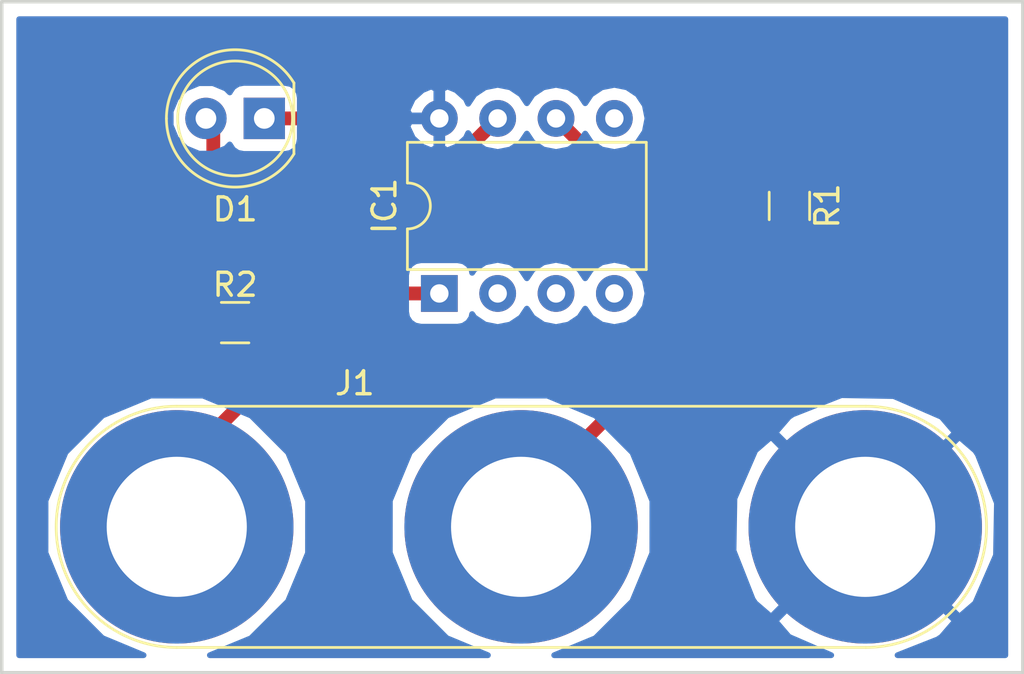
<source format=kicad_pcb>
(kicad_pcb (version 4) (host pcbnew 4.0.5)

  (general
    (links 7)
    (no_connects 0)
    (area 134.544999 65.964999 179.145001 95.325001)
    (thickness 1.6)
    (drawings 4)
    (tracks 22)
    (zones 0)
    (modules 5)
    (nets 11)
  )

  (page A4)
  (title_block
    (title Tutorial1)
  )

  (layers
    (0 F.Cu signal)
    (31 B.Cu signal)
    (32 B.Adhes user)
    (33 F.Adhes user)
    (34 B.Paste user)
    (35 F.Paste user)
    (36 B.SilkS user)
    (37 F.SilkS user)
    (38 B.Mask user)
    (39 F.Mask user)
    (40 Dwgs.User user)
    (41 Cmts.User user)
    (42 Eco1.User user)
    (43 Eco2.User user)
    (44 Edge.Cuts user)
    (45 Margin user)
    (46 B.CrtYd user)
    (47 F.CrtYd user)
    (48 B.Fab user)
    (49 F.Fab user)
  )

  (setup
    (last_trace_width 0.25)
    (trace_clearance 0.25)
    (zone_clearance 0.508)
    (zone_45_only no)
    (trace_min 0.25)
    (segment_width 0.2)
    (edge_width 0.15)
    (via_size 0.6)
    (via_drill 0.4)
    (via_min_size 0.4)
    (via_min_drill 0.3)
    (uvia_size 0.3)
    (uvia_drill 0.1)
    (uvias_allowed no)
    (uvia_min_size 0.2)
    (uvia_min_drill 0.1)
    (pcb_text_width 0.3)
    (pcb_text_size 1.5 1.5)
    (mod_edge_width 0.15)
    (mod_text_size 1 1)
    (mod_text_width 0.15)
    (pad_size 1.524 1.524)
    (pad_drill 0.762)
    (pad_to_mask_clearance 0.2)
    (aux_axis_origin 0 0)
    (grid_origin 150.495 69.215)
    (visible_elements FFFFFF7F)
    (pcbplotparams
      (layerselection 0x010e0_80000001)
      (usegerberextensions false)
      (excludeedgelayer true)
      (linewidth 0.100000)
      (plotframeref false)
      (viasonmask false)
      (mode 1)
      (useauxorigin false)
      (hpglpennumber 1)
      (hpglpenspeed 20)
      (hpglpendiameter 15)
      (hpglpenoverlay 2)
      (psnegative false)
      (psa4output false)
      (plotreference true)
      (plotvalue true)
      (plotinvisibletext false)
      (padsonsilk false)
      (subtractmaskfromsilk false)
      (outputformat 1)
      (mirror false)
      (drillshape 0)
      (scaleselection 1)
      (outputdirectory ""))
  )

  (net 0 "")
  (net 1 VCC)
  (net 2 "Net-(IC1-Pad5)")
  (net 3 "Net-(IC1-Pad2)")
  (net 4 /INPUT)
  (net 5 "Net-(IC1-Pad3)")
  (net 6 /uCtoLED)
  (net 7 "Net-(IC1-Pad4)")
  (net 8 GND)
  (net 9 /INPUTtoR)
  (net 10 /LEDtoR)

  (net_class Default "This is the default net class."
    (clearance 0.25)
    (trace_width 0.25)
    (via_dia 0.6)
    (via_drill 0.4)
    (uvia_dia 0.3)
    (uvia_drill 0.1)
    (add_net GND)
  )

  (net_class Power ""
    (clearance 0.25)
    (trace_width 0.6)
    (via_dia 0.6)
    (via_drill 0.4)
    (uvia_dia 0.3)
    (uvia_drill 0.1)
    (add_net /INPUT)
    (add_net /INPUTtoR)
    (add_net /LEDtoR)
    (add_net /uCtoLED)
    (add_net "Net-(IC1-Pad2)")
    (add_net "Net-(IC1-Pad3)")
    (add_net "Net-(IC1-Pad4)")
    (add_net "Net-(IC1-Pad5)")
    (add_net VCC)
  )

  (module LEDs:LED_D5.0mm (layer F.Cu) (tedit 587A3A7B) (tstamp 58D5926C)
    (at 146.05 71.12 180)
    (descr "LED, diameter 5.0mm, 2 pins, http://cdn-reichelt.de/documents/datenblatt/A500/LL-504BC2E-009.pdf")
    (tags "LED diameter 5.0mm 2 pins")
    (path /58B0D13A)
    (fp_text reference D1 (at 1.27 -3.96 180) (layer F.SilkS)
      (effects (font (size 1 1) (thickness 0.15)))
    )
    (fp_text value LED (at 1.27 3.96 180) (layer F.Fab)
      (effects (font (size 1 1) (thickness 0.15)))
    )
    (fp_arc (start 1.27 0) (end -1.23 -1.469694) (angle 299.1) (layer F.Fab) (width 0.1))
    (fp_arc (start 1.27 0) (end -1.29 -1.54483) (angle 148.9) (layer F.SilkS) (width 0.12))
    (fp_arc (start 1.27 0) (end -1.29 1.54483) (angle -148.9) (layer F.SilkS) (width 0.12))
    (fp_circle (center 1.27 0) (end 3.77 0) (layer F.Fab) (width 0.1))
    (fp_circle (center 1.27 0) (end 3.77 0) (layer F.SilkS) (width 0.12))
    (fp_line (start -1.23 -1.469694) (end -1.23 1.469694) (layer F.Fab) (width 0.1))
    (fp_line (start -1.29 -1.545) (end -1.29 1.545) (layer F.SilkS) (width 0.12))
    (fp_line (start -1.95 -3.25) (end -1.95 3.25) (layer F.CrtYd) (width 0.05))
    (fp_line (start -1.95 3.25) (end 4.5 3.25) (layer F.CrtYd) (width 0.05))
    (fp_line (start 4.5 3.25) (end 4.5 -3.25) (layer F.CrtYd) (width 0.05))
    (fp_line (start 4.5 -3.25) (end -1.95 -3.25) (layer F.CrtYd) (width 0.05))
    (pad 1 thru_hole rect (at 0 0 180) (size 1.8 1.8) (drill 0.9) (layers *.Cu *.Mask)
      (net 6 /uCtoLED))
    (pad 2 thru_hole circle (at 2.54 0 180) (size 1.8 1.8) (drill 0.9) (layers *.Cu *.Mask)
      (net 10 /LEDtoR))
    (model LEDs.3dshapes/LED_D5.0mm.wrl
      (at (xyz 0 0 0))
      (scale (xyz 0.393701 0.393701 0.393701))
      (rotate (xyz 0 0 0))
    )
  )

  (module Housings_DIP:DIP-8_W7.62mm (layer F.Cu) (tedit 586281B4) (tstamp 58D59287)
    (at 153.67 78.74 90)
    (descr "8-lead dip package, row spacing 7.62 mm (300 mils)")
    (tags "DIL DIP PDIP 2.54mm 7.62mm 300mil")
    (path /58B0D068)
    (fp_text reference IC1 (at 3.81 -2.39 90) (layer F.SilkS)
      (effects (font (size 1 1) (thickness 0.15)))
    )
    (fp_text value PIC12C508A-I/SN (at 3.81 10.01 90) (layer F.Fab)
      (effects (font (size 1 1) (thickness 0.15)))
    )
    (fp_arc (start 3.81 -1.39) (end 2.81 -1.39) (angle -180) (layer F.SilkS) (width 0.12))
    (fp_line (start 1.635 -1.27) (end 6.985 -1.27) (layer F.Fab) (width 0.1))
    (fp_line (start 6.985 -1.27) (end 6.985 8.89) (layer F.Fab) (width 0.1))
    (fp_line (start 6.985 8.89) (end 0.635 8.89) (layer F.Fab) (width 0.1))
    (fp_line (start 0.635 8.89) (end 0.635 -0.27) (layer F.Fab) (width 0.1))
    (fp_line (start 0.635 -0.27) (end 1.635 -1.27) (layer F.Fab) (width 0.1))
    (fp_line (start 2.81 -1.39) (end 1.04 -1.39) (layer F.SilkS) (width 0.12))
    (fp_line (start 1.04 -1.39) (end 1.04 9.01) (layer F.SilkS) (width 0.12))
    (fp_line (start 1.04 9.01) (end 6.58 9.01) (layer F.SilkS) (width 0.12))
    (fp_line (start 6.58 9.01) (end 6.58 -1.39) (layer F.SilkS) (width 0.12))
    (fp_line (start 6.58 -1.39) (end 4.81 -1.39) (layer F.SilkS) (width 0.12))
    (fp_line (start -1.1 -1.6) (end -1.1 9.2) (layer F.CrtYd) (width 0.05))
    (fp_line (start -1.1 9.2) (end 8.7 9.2) (layer F.CrtYd) (width 0.05))
    (fp_line (start 8.7 9.2) (end 8.7 -1.6) (layer F.CrtYd) (width 0.05))
    (fp_line (start 8.7 -1.6) (end -1.1 -1.6) (layer F.CrtYd) (width 0.05))
    (pad 1 thru_hole rect (at 0 0 90) (size 1.6 1.6) (drill 0.8) (layers *.Cu *.Mask)
      (net 1 VCC))
    (pad 5 thru_hole oval (at 7.62 7.62 90) (size 1.6 1.6) (drill 0.8) (layers *.Cu *.Mask)
      (net 2 "Net-(IC1-Pad5)"))
    (pad 2 thru_hole oval (at 0 2.54 90) (size 1.6 1.6) (drill 0.8) (layers *.Cu *.Mask)
      (net 3 "Net-(IC1-Pad2)"))
    (pad 6 thru_hole oval (at 7.62 5.08 90) (size 1.6 1.6) (drill 0.8) (layers *.Cu *.Mask)
      (net 4 /INPUT))
    (pad 3 thru_hole oval (at 0 5.08 90) (size 1.6 1.6) (drill 0.8) (layers *.Cu *.Mask)
      (net 5 "Net-(IC1-Pad3)"))
    (pad 7 thru_hole oval (at 7.62 2.54 90) (size 1.6 1.6) (drill 0.8) (layers *.Cu *.Mask)
      (net 6 /uCtoLED))
    (pad 4 thru_hole oval (at 0 7.62 90) (size 1.6 1.6) (drill 0.8) (layers *.Cu *.Mask)
      (net 7 "Net-(IC1-Pad4)"))
    (pad 8 thru_hole oval (at 7.62 0 90) (size 1.6 1.6) (drill 0.8) (layers *.Cu *.Mask)
      (net 8 GND))
    (model Housings_DIP.3dshapes/DIP-8_W7.62mm.wrl
      (at (xyz 0 0 0))
      (scale (xyz 1 1 1))
      (rotate (xyz 0 0 0))
    )
  )

  (module Connect:Banana_Jack_3Pin (layer F.Cu) (tedit 58613A44) (tstamp 58D5929C)
    (at 142.24 88.9)
    (descr "Triple banana socket, footprint - 3 x 6mm drills")
    (tags "banana socket")
    (path /58B0D45C)
    (fp_text reference J1 (at 7.75 -6.25) (layer F.SilkS)
      (effects (font (size 1 1) (thickness 0.15)))
    )
    (fp_text value MYCONN3 (at 22.5 -6.25) (layer F.Fab)
      (effects (font (size 1 1) (thickness 0.15)))
    )
    (fp_circle (center 30 0) (end 30 -2) (layer F.Fab) (width 0.1))
    (fp_circle (center 30 0) (end 30 -4.75) (layer F.Fab) (width 0.1))
    (fp_circle (center 15 0) (end 19.75 0) (layer F.Fab) (width 0.1))
    (fp_circle (center 15 0) (end 17 0) (layer F.Fab) (width 0.1))
    (fp_circle (center 0 0) (end 4.75 0) (layer F.Fab) (width 0.1))
    (fp_circle (center 0 0) (end 2 0) (layer F.Fab) (width 0.1))
    (fp_line (start 30 5.5) (end 0 5.5) (layer F.CrtYd) (width 0.05))
    (fp_line (start 0 -5.5) (end 30 -5.5) (layer F.CrtYd) (width 0.05))
    (fp_arc (start 0 0) (end 0 5.5) (angle 180) (layer F.CrtYd) (width 0.05))
    (fp_arc (start 30 0) (end 30 -5.5) (angle 180) (layer F.CrtYd) (width 0.05))
    (fp_line (start 0 5.25) (end 30 5.25) (layer F.SilkS) (width 0.12))
    (fp_line (start 30 -5.25) (end 0 -5.25) (layer F.SilkS) (width 0.12))
    (fp_arc (start 30 0) (end 30 -5.25) (angle 180) (layer F.SilkS) (width 0.12))
    (fp_arc (start 0 0) (end 0 5.25) (angle 180) (layer F.SilkS) (width 0.12))
    (pad 1 thru_hole circle (at 0 0) (size 10.16 10.16) (drill 6.1) (layers *.Cu *.Mask)
      (net 1 VCC))
    (pad 3 thru_hole circle (at 29.97 0) (size 10.16 10.16) (drill 6.1) (layers *.Cu *.Mask)
      (net 8 GND))
    (pad 2 thru_hole circle (at 14.99 0) (size 10.16 10.16) (drill 6.1) (layers *.Cu *.Mask)
      (net 9 /INPUTtoR))
    (model Connectors.3dshapes/Banana_Jack_3Pin.wrl
      (at (xyz 0.5905511811023623 0 0))
      (scale (xyz 2 2 2))
      (rotate (xyz 0 0 0))
    )
  )

  (module Resistors_SMD:R_0805 (layer F.Cu) (tedit 58AADA8F) (tstamp 58D592AD)
    (at 168.91 74.93 270)
    (descr "Resistor SMD 0805, reflow soldering, Vishay (see dcrcw.pdf)")
    (tags "resistor 0805")
    (path /58B0CED0)
    (attr smd)
    (fp_text reference R1 (at 0 -1.65 270) (layer F.SilkS)
      (effects (font (size 1 1) (thickness 0.15)))
    )
    (fp_text value 100 (at 0 1.75 270) (layer F.Fab)
      (effects (font (size 1 1) (thickness 0.15)))
    )
    (fp_text user %R (at 0 -1.65 270) (layer F.Fab)
      (effects (font (size 1 1) (thickness 0.15)))
    )
    (fp_line (start -1 0.62) (end -1 -0.62) (layer F.Fab) (width 0.1))
    (fp_line (start 1 0.62) (end -1 0.62) (layer F.Fab) (width 0.1))
    (fp_line (start 1 -0.62) (end 1 0.62) (layer F.Fab) (width 0.1))
    (fp_line (start -1 -0.62) (end 1 -0.62) (layer F.Fab) (width 0.1))
    (fp_line (start 0.6 0.88) (end -0.6 0.88) (layer F.SilkS) (width 0.12))
    (fp_line (start -0.6 -0.88) (end 0.6 -0.88) (layer F.SilkS) (width 0.12))
    (fp_line (start -1.55 -0.9) (end 1.55 -0.9) (layer F.CrtYd) (width 0.05))
    (fp_line (start -1.55 -0.9) (end -1.55 0.9) (layer F.CrtYd) (width 0.05))
    (fp_line (start 1.55 0.9) (end 1.55 -0.9) (layer F.CrtYd) (width 0.05))
    (fp_line (start 1.55 0.9) (end -1.55 0.9) (layer F.CrtYd) (width 0.05))
    (pad 1 smd rect (at -0.95 0 270) (size 0.7 1.3) (layers F.Cu F.Paste F.Mask)
      (net 4 /INPUT))
    (pad 2 smd rect (at 0.95 0 270) (size 0.7 1.3) (layers F.Cu F.Paste F.Mask)
      (net 9 /INPUTtoR))
    (model Resistors_SMD.3dshapes/R_0805.wrl
      (at (xyz 0 0 0))
      (scale (xyz 1 1 1))
      (rotate (xyz 0 0 0))
    )
  )

  (module Resistors_SMD:R_0805 (layer F.Cu) (tedit 58AADA8F) (tstamp 58D592BE)
    (at 144.78 80.01)
    (descr "Resistor SMD 0805, reflow soldering, Vishay (see dcrcw.pdf)")
    (tags "resistor 0805")
    (path /58B0CE48)
    (attr smd)
    (fp_text reference R2 (at 0 -1.65) (layer F.SilkS)
      (effects (font (size 1 1) (thickness 0.15)))
    )
    (fp_text value 1K (at 0 1.75) (layer F.Fab)
      (effects (font (size 1 1) (thickness 0.15)))
    )
    (fp_text user %R (at 0 -1.65) (layer F.Fab)
      (effects (font (size 1 1) (thickness 0.15)))
    )
    (fp_line (start -1 0.62) (end -1 -0.62) (layer F.Fab) (width 0.1))
    (fp_line (start 1 0.62) (end -1 0.62) (layer F.Fab) (width 0.1))
    (fp_line (start 1 -0.62) (end 1 0.62) (layer F.Fab) (width 0.1))
    (fp_line (start -1 -0.62) (end 1 -0.62) (layer F.Fab) (width 0.1))
    (fp_line (start 0.6 0.88) (end -0.6 0.88) (layer F.SilkS) (width 0.12))
    (fp_line (start -0.6 -0.88) (end 0.6 -0.88) (layer F.SilkS) (width 0.12))
    (fp_line (start -1.55 -0.9) (end 1.55 -0.9) (layer F.CrtYd) (width 0.05))
    (fp_line (start -1.55 -0.9) (end -1.55 0.9) (layer F.CrtYd) (width 0.05))
    (fp_line (start 1.55 0.9) (end 1.55 -0.9) (layer F.CrtYd) (width 0.05))
    (fp_line (start 1.55 0.9) (end -1.55 0.9) (layer F.CrtYd) (width 0.05))
    (pad 1 smd rect (at -0.95 0) (size 0.7 1.3) (layers F.Cu F.Paste F.Mask)
      (net 10 /LEDtoR))
    (pad 2 smd rect (at 0.95 0) (size 0.7 1.3) (layers F.Cu F.Paste F.Mask)
      (net 1 VCC))
    (model Resistors_SMD.3dshapes/R_0805.wrl
      (at (xyz 0 0 0))
      (scale (xyz 1 1 1))
      (rotate (xyz 0 0 0))
    )
  )

  (gr_line (start 134.62 95.25) (end 134.62 66.04) (angle 90) (layer Edge.Cuts) (width 0.15))
  (gr_line (start 179.07 95.25) (end 134.62 95.25) (angle 90) (layer Edge.Cuts) (width 0.15))
  (gr_line (start 179.07 66.04) (end 179.07 95.25) (angle 90) (layer Edge.Cuts) (width 0.15))
  (gr_line (start 134.62 66.04) (end 179.07 66.04) (angle 90) (layer Edge.Cuts) (width 0.15))

  (segment (start 145.73 80.01) (end 148.59 80.01) (width 0.6) (layer F.Cu) (net 1))
  (segment (start 149.86 78.74) (end 153.67 78.74) (width 0.6) (layer F.Cu) (net 1) (tstamp 58D5A689))
  (segment (start 148.59 80.01) (end 149.86 78.74) (width 0.6) (layer F.Cu) (net 1) (tstamp 58D5A688))
  (segment (start 142.24 88.9) (end 142.24 86.36) (width 0.6) (layer F.Cu) (net 1))
  (segment (start 142.24 86.36) (end 145.73 82.87) (width 0.6) (layer F.Cu) (net 1) (tstamp 58D5A679))
  (segment (start 145.73 82.87) (end 145.73 80.01) (width 0.6) (layer F.Cu) (net 1) (tstamp 58D5A67D))
  (segment (start 158.75 71.12) (end 160.655 73.025) (width 0.6) (layer F.Cu) (net 4))
  (segment (start 166.69 73.98) (end 168.91 73.98) (width 0.6) (layer F.Cu) (net 4) (tstamp 58D5A6FB))
  (segment (start 165.735 73.025) (end 166.69 73.98) (width 0.6) (layer F.Cu) (net 4) (tstamp 58D5A6F9))
  (segment (start 160.655 73.025) (end 165.735 73.025) (width 0.6) (layer F.Cu) (net 4) (tstamp 58D5A6F7))
  (segment (start 147.955 71.12) (end 148.59 71.12) (width 0.6) (layer F.Cu) (net 6))
  (segment (start 148.59 71.12) (end 150.495 73.025) (width 0.6) (layer F.Cu) (net 6) (tstamp 58D5A6DC))
  (segment (start 154.305 73.025) (end 156.21 71.12) (width 0.6) (layer F.Cu) (net 6) (tstamp 58D5A6E1))
  (segment (start 150.495 73.025) (end 154.305 73.025) (width 0.6) (layer F.Cu) (net 6) (tstamp 58D5A6DD))
  (segment (start 146.05 71.12) (end 147.955 71.12) (width 0.6) (layer F.Cu) (net 6))
  (segment (start 157.23 88.9) (end 157.23 87.88) (width 0.6) (layer F.Cu) (net 9))
  (segment (start 157.23 87.88) (end 163.195 81.915) (width 0.6) (layer F.Cu) (net 9) (tstamp 58D5AA28))
  (segment (start 163.195 81.915) (end 167.005 81.915) (width 0.6) (layer F.Cu) (net 9) (tstamp 58D5AA2D))
  (segment (start 167.005 81.915) (end 168.91 80.01) (width 0.6) (layer F.Cu) (net 9) (tstamp 58D5AA30))
  (segment (start 168.91 80.01) (end 168.91 75.88) (width 0.6) (layer F.Cu) (net 9) (tstamp 58D5AA31))
  (segment (start 143.83 80.01) (end 143.83 71.44) (width 0.6) (layer F.Cu) (net 10))
  (segment (start 143.83 71.44) (end 143.51 71.12) (width 0.6) (layer F.Cu) (net 10) (tstamp 58D5A625))

  (zone (net 8) (net_name GND) (layer B.Cu) (tstamp 0) (hatch edge 0.508)
    (connect_pads (clearance 0.508))
    (min_thickness 0.254)
    (fill yes (arc_segments 16) (thermal_gap 0.508) (thermal_bridge_width 0.508))
    (polygon
      (pts
        (xy 135.255 66.675) (xy 178.435 66.675) (xy 178.435 94.615) (xy 135.255 94.615)
      )
    )
    (filled_polygon
      (pts
        (xy 178.308 94.488) (xy 173.617394 94.488) (xy 175.362142 93.800765) (xy 175.531444 93.687641) (xy 176.127223 92.996828)
        (xy 172.21 89.079605) (xy 168.292777 92.996828) (xy 168.888556 93.687641) (xy 170.729158 94.488) (xy 158.671554 94.488)
        (xy 160.463058 93.747766) (xy 162.072116 92.141514) (xy 162.944005 90.041771) (xy 162.944096 89.936758) (xy 166.476011 89.936758)
        (xy 167.309235 92.052142) (xy 167.422359 92.221444) (xy 168.113172 92.817223) (xy 172.030395 88.9) (xy 172.389605 88.9)
        (xy 176.306828 92.817223) (xy 176.997641 92.221444) (xy 177.904265 90.136463) (xy 177.943989 87.863242) (xy 177.110765 85.747858)
        (xy 176.997641 85.578556) (xy 176.306828 84.982777) (xy 172.389605 88.9) (xy 172.030395 88.9) (xy 168.113172 84.982777)
        (xy 167.422359 85.578556) (xy 166.515735 87.663537) (xy 166.476011 89.936758) (xy 162.944096 89.936758) (xy 162.945989 87.768204)
        (xy 162.077766 85.666942) (xy 161.215503 84.803172) (xy 168.292777 84.803172) (xy 172.21 88.720395) (xy 176.127223 84.803172)
        (xy 175.531444 84.112359) (xy 173.446463 83.205735) (xy 171.173242 83.166011) (xy 169.057858 83.999235) (xy 168.888556 84.112359)
        (xy 168.292777 84.803172) (xy 161.215503 84.803172) (xy 160.471514 84.057884) (xy 158.371771 83.185995) (xy 156.098204 83.184011)
        (xy 153.996942 84.052234) (xy 152.387884 85.658486) (xy 151.515995 87.758229) (xy 151.514011 90.031796) (xy 152.382234 92.133058)
        (xy 153.988486 93.742116) (xy 155.784775 94.488) (xy 143.681554 94.488) (xy 145.473058 93.747766) (xy 147.082116 92.141514)
        (xy 147.954005 90.041771) (xy 147.955989 87.768204) (xy 147.087766 85.666942) (xy 145.481514 84.057884) (xy 143.381771 83.185995)
        (xy 141.108204 83.184011) (xy 139.006942 84.052234) (xy 137.397884 85.658486) (xy 136.525995 87.758229) (xy 136.524011 90.031796)
        (xy 137.392234 92.133058) (xy 138.998486 93.742116) (xy 140.794775 94.488) (xy 135.382 94.488) (xy 135.382 77.94)
        (xy 152.22256 77.94) (xy 152.22256 79.54) (xy 152.266838 79.775317) (xy 152.40591 79.991441) (xy 152.61811 80.136431)
        (xy 152.87 80.18744) (xy 154.47 80.18744) (xy 154.705317 80.143162) (xy 154.921441 80.00409) (xy 155.066431 79.79189)
        (xy 155.097815 79.636911) (xy 155.195302 79.782811) (xy 155.660849 80.09388) (xy 156.21 80.203113) (xy 156.759151 80.09388)
        (xy 157.224698 79.782811) (xy 157.48 79.400725) (xy 157.735302 79.782811) (xy 158.200849 80.09388) (xy 158.75 80.203113)
        (xy 159.299151 80.09388) (xy 159.764698 79.782811) (xy 160.02 79.400725) (xy 160.275302 79.782811) (xy 160.740849 80.09388)
        (xy 161.29 80.203113) (xy 161.839151 80.09388) (xy 162.304698 79.782811) (xy 162.615767 79.317264) (xy 162.725 78.768113)
        (xy 162.725 78.711887) (xy 162.615767 78.162736) (xy 162.304698 77.697189) (xy 161.839151 77.38612) (xy 161.29 77.276887)
        (xy 160.740849 77.38612) (xy 160.275302 77.697189) (xy 160.02 78.079275) (xy 159.764698 77.697189) (xy 159.299151 77.38612)
        (xy 158.75 77.276887) (xy 158.200849 77.38612) (xy 157.735302 77.697189) (xy 157.48 78.079275) (xy 157.224698 77.697189)
        (xy 156.759151 77.38612) (xy 156.21 77.276887) (xy 155.660849 77.38612) (xy 155.195302 77.697189) (xy 155.098899 77.841465)
        (xy 155.073162 77.704683) (xy 154.93409 77.488559) (xy 154.72189 77.343569) (xy 154.47 77.29256) (xy 152.87 77.29256)
        (xy 152.634683 77.336838) (xy 152.418559 77.47591) (xy 152.273569 77.68811) (xy 152.22256 77.94) (xy 135.382 77.94)
        (xy 135.382 71.423991) (xy 141.974735 71.423991) (xy 142.207932 71.988371) (xy 142.639357 72.420551) (xy 143.20333 72.654733)
        (xy 143.813991 72.655265) (xy 144.378371 72.422068) (xy 144.546613 72.25412) (xy 144.546838 72.255317) (xy 144.68591 72.471441)
        (xy 144.89811 72.616431) (xy 145.15 72.66744) (xy 146.95 72.66744) (xy 147.185317 72.623162) (xy 147.401441 72.48409)
        (xy 147.546431 72.27189) (xy 147.59744 72.02) (xy 147.59744 71.469041) (xy 152.278086 71.469041) (xy 152.517611 71.975134)
        (xy 152.932577 72.351041) (xy 153.320961 72.511904) (xy 153.543 72.389915) (xy 153.543 71.247) (xy 152.399371 71.247)
        (xy 152.278086 71.469041) (xy 147.59744 71.469041) (xy 147.59744 70.770959) (xy 152.278086 70.770959) (xy 152.399371 70.993)
        (xy 153.543 70.993) (xy 153.543 69.850085) (xy 153.797 69.850085) (xy 153.797 70.993) (xy 153.817 70.993)
        (xy 153.817 71.247) (xy 153.797 71.247) (xy 153.797 72.389915) (xy 154.019039 72.511904) (xy 154.407423 72.351041)
        (xy 154.822389 71.975134) (xy 154.925014 71.758297) (xy 155.195302 72.162811) (xy 155.660849 72.47388) (xy 156.21 72.583113)
        (xy 156.759151 72.47388) (xy 157.224698 72.162811) (xy 157.48 71.780725) (xy 157.735302 72.162811) (xy 158.200849 72.47388)
        (xy 158.75 72.583113) (xy 159.299151 72.47388) (xy 159.764698 72.162811) (xy 160.02 71.780725) (xy 160.275302 72.162811)
        (xy 160.740849 72.47388) (xy 161.29 72.583113) (xy 161.839151 72.47388) (xy 162.304698 72.162811) (xy 162.615767 71.697264)
        (xy 162.725 71.148113) (xy 162.725 71.091887) (xy 162.615767 70.542736) (xy 162.304698 70.077189) (xy 161.839151 69.76612)
        (xy 161.29 69.656887) (xy 160.740849 69.76612) (xy 160.275302 70.077189) (xy 160.02 70.459275) (xy 159.764698 70.077189)
        (xy 159.299151 69.76612) (xy 158.75 69.656887) (xy 158.200849 69.76612) (xy 157.735302 70.077189) (xy 157.48 70.459275)
        (xy 157.224698 70.077189) (xy 156.759151 69.76612) (xy 156.21 69.656887) (xy 155.660849 69.76612) (xy 155.195302 70.077189)
        (xy 154.925014 70.481703) (xy 154.822389 70.264866) (xy 154.407423 69.888959) (xy 154.019039 69.728096) (xy 153.797 69.850085)
        (xy 153.543 69.850085) (xy 153.320961 69.728096) (xy 152.932577 69.888959) (xy 152.517611 70.264866) (xy 152.278086 70.770959)
        (xy 147.59744 70.770959) (xy 147.59744 70.22) (xy 147.553162 69.984683) (xy 147.41409 69.768559) (xy 147.20189 69.623569)
        (xy 146.95 69.57256) (xy 145.15 69.57256) (xy 144.914683 69.616838) (xy 144.698559 69.75591) (xy 144.553569 69.96811)
        (xy 144.549433 69.988534) (xy 144.380643 69.819449) (xy 143.81667 69.585267) (xy 143.206009 69.584735) (xy 142.641629 69.817932)
        (xy 142.209449 70.249357) (xy 141.975267 70.81333) (xy 141.974735 71.423991) (xy 135.382 71.423991) (xy 135.382 66.802)
        (xy 178.308 66.802)
      )
    )
  )
)

</source>
